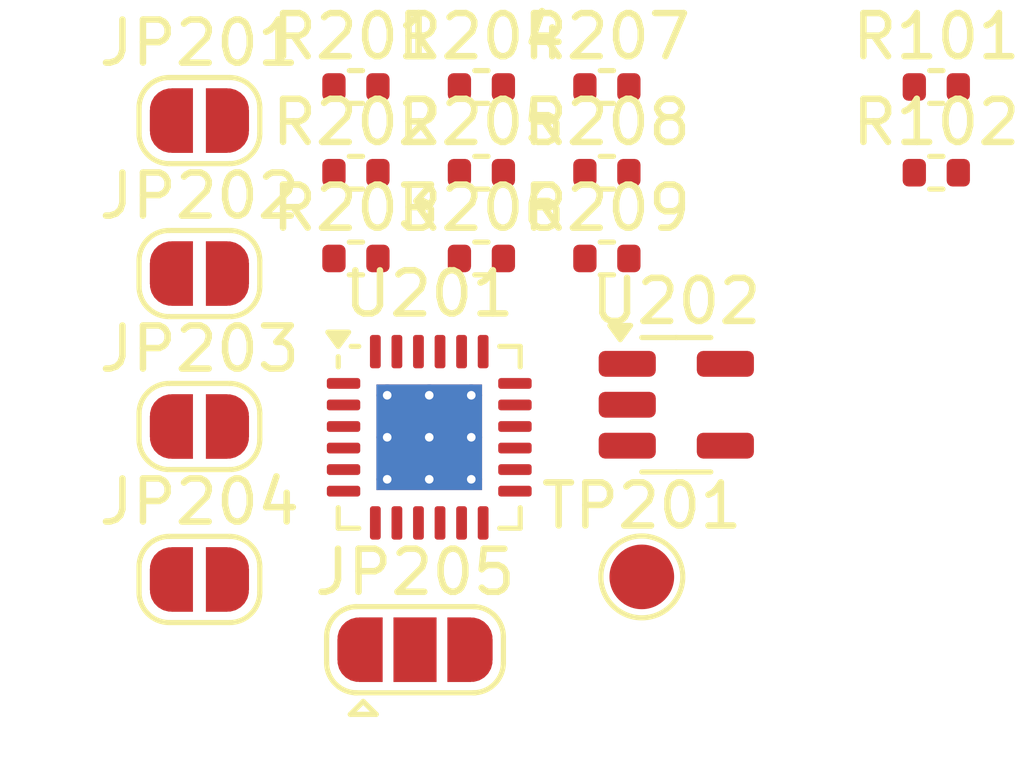
<source format=kicad_pcb>
(kicad_pcb (version 20240108) (generator "pcbnew") (generator_version "8.0")
  (layers (0 "F.Cu" signal) (31 "B.Cu" signal) (34 "B.Paste" user) (35 "F.Paste" user) (36 "B.SilkS" user "B.Silkscreen") (37 "F.SilkS" user "F.Silkscreen") (38 "B.Mask" user) (39 "F.Mask" user) (44 "Edge.Cuts" user))
  (net 0 "")
  (net 1 "Net-(U101-CC2)")
  (net 2 "GND")
  (net 3 "Net-(U101-CC1)")
  (net 4 "+5V")
  (net 5 "Net-(D201-K)")
  (net 6 "Net-(U201-FBP)")
  (net 7 "/MIPI-screen/BIAS_EN")
  (net 9 "Net-(U201-FBN)")
  (net 10 "Net-(D202-K)")
  (net 11 "Net-(U201-CP)")
  (net 12 "Net-(D202-A)")
  (net 13 "Net-(U201-CN)")
  (net 15 "Net-(D201-A)")
  (net 17 "Net-(U201-VREF)")
  (net 18 "Net-(U201-VIN)")
  (net 19 "Net-(U202-FB)")
  (net 20 "Net-(JP204-A)")
  (net 21 "Net-(U202-SW)")
  (net 22 "-5V7")
  (net 23 "+5V7")
  (net 24 "+1V8")
  (net 25 "Net-(JP203-A)")
  (net 26 "/MIPI-screen/BACKLIGHT_EN")
  (net 27 "/MIPI-screen/LED_PWR.PWM")
  (footprint "Resistor_SMD:R_0402_1005Metric" (layer "F.Cu") (at 148.29 78.39)
    (property "Reference" "R101" (at 0 -1.17 0) (layer "F.SilkS"))
    (property "Value" "5.1K")
    (fp_line (start -0.153641 -0.38) (end 0.153641 -0.38) (stroke (width 0.12)) (layer "F.SilkS"))
    (fp_line (start -0.153641 0.38) (end 0.153641 0.38) (stroke (width 0.12)) (layer "F.SilkS"))
    (pad "1" smd roundrect (at -0.51 0) (size 0.54 0.64) (layers "F.Cu" "F.Paste" "F.Mask") (net 2 "GND"))
    (pad "2" smd roundrect (at 0.51 0) (size 0.54 0.64) (layers "F.Cu" "F.Paste" "F.Mask") (net 1 "Net-(U101-CC2)"))
  )
  (footprint "Resistor_SMD:R_0402_1005Metric" (layer "F.Cu") (at 140.65 82.37)
    (property "Reference" "R209" (at 0 -1.17 0) (layer "F.SilkS"))
    (property "Value" "100KΩ/1%")
    (fp_line (start -0.153641 -0.38) (end 0.153641 -0.38) (stroke (width 0.12)) (layer "F.SilkS"))
    (fp_line (start -0.153641 0.38) (end 0.153641 0.38) (stroke (width 0.12)) (layer "F.SilkS"))
    (pad "1" smd roundrect (at -0.51 0) (size 0.54 0.64) (layers "F.Cu" "F.Paste" "F.Mask") (net 27 "/MIPI-screen/LED_PWR.PWM"))
    (pad "2" smd roundrect (at 0.51 0) (size 0.54 0.64) (layers "F.Cu" "F.Paste" "F.Mask") (net 2 "GND"))
  )
  (footprint "Resistor_SMD:R_0402_1005Metric" (layer "F.Cu") (at 137.74 78.39)
    (property "Reference" "R204" (at 0 -1.17 0) (layer "F.SilkS"))
    (property "Value" "150kΩ/1%")
    (fp_line (start -0.153641 -0.38) (end 0.153641 -0.38) (stroke (width 0.12)) (layer "F.SilkS"))
    (fp_line (start -0.153641 0.38) (end 0.153641 0.38) (stroke (width 0.12)) (layer "F.SilkS"))
    (pad "1" smd roundrect (at -0.51 0) (size 0.54 0.64) (layers "F.Cu" "F.Paste" "F.Mask") (net 9 "Net-(U201-FBN)"))
    (pad "2" smd roundrect (at 0.51 0) (size 0.54 0.64) (layers "F.Cu" "F.Paste" "F.Mask") (net 17 "Net-(U201-VREF)"))
  )
  (footprint "Resistor_SMD:R_0402_1005Metric" (layer "F.Cu") (at 134.83 80.38)
    (property "Reference" "R202" (at 0 -1.17 0) (layer "F.SilkS"))
    (property "Value" "560kΩ/1%")
    (fp_line (start -0.153641 -0.38) (end 0.153641 -0.38) (stroke (width 0.12)) (layer "F.SilkS"))
    (fp_line (start -0.153641 0.38) (end 0.153641 0.38) (stroke (width 0.12)) (layer "F.SilkS"))
    (pad "1" smd roundrect (at -0.51 0) (size 0.54 0.64) (layers "F.Cu" "F.Paste" "F.Mask") (net 6 "Net-(U201-FBP)"))
    (pad "2" smd roundrect (at 0.51 0) (size 0.54 0.64) (layers "F.Cu" "F.Paste" "F.Mask") (net 10 "Net-(D202-K)"))
  )
  (footprint "Resistor_SMD:R_0402_1005Metric" (layer "F.Cu") (at 140.65 78.39)
    (property "Reference" "R207" (at 0 -1.17 0) (layer "F.SilkS"))
    (property "Value" "200KΩ/1%")
    (fp_line (start -0.153641 -0.38) (end 0.153641 -0.38) (stroke (width 0.12)) (layer "F.SilkS"))
    (fp_line (start -0.153641 0.38) (end 0.153641 0.38) (stroke (width 0.12)) (layer "F.SilkS"))
    (pad "1" smd roundrect (at -0.51 0) (size 0.54 0.64) (layers "F.Cu" "F.Paste" "F.Mask") (net 25 "Net-(JP203-A)"))
    (pad "2" smd roundrect (at 0.51 0) (size 0.54 0.64) (layers "F.Cu" "F.Paste" "F.Mask") (net 19 "Net-(U202-FB)"))
  )
  (footprint "Jumper:SolderJumper-3_P1.3mm_Open_RoundedPad1.0x1.5mm" (layer "F.Cu") (at 136.2 91.45)
    (property "Reference" "JP205" (at 0 -1.8 0) (layer "F.SilkS"))
    (property "Value" "Backlight_Jumper")
    (fp_line (start -2.05 0.3) (end -2.05 -0.3) (stroke (width 0.12)) (layer "F.SilkS"))
    (fp_line (start -1.5 1.5) (end -0.9 1.5) (stroke (width 0.12)) (layer "F.SilkS"))
    (fp_line (start -1.4 -1) (end 1.4 -1) (stroke (width 0.12)) (layer "F.SilkS"))
    (fp_line (start -1.2 1.2) (end -1.5 1.5) (stroke (width 0.12)) (layer "F.SilkS"))
    (fp_line (start -1.2 1.2) (end -0.9 1.5) (stroke (width 0.12)) (layer "F.SilkS"))
    (fp_line (start 1.4 1) (end -1.4 1) (stroke (width 0.12)) (layer "F.SilkS"))
    (fp_line (start 2.05 -0.3) (end 2.05 0.3) (stroke (width 0.12)) (layer "F.SilkS"))
    (fp_arc (start -2.05 -0.3) (mid -1.844975 -0.794975) (end -1.35 -1) (stroke (width 0.12)) (layer "F.SilkS"))
    (fp_arc (start -1.35 1) (mid -1.844975 0.794975) (end -2.05 0.3) (stroke (width 0.12)) (layer "F.SilkS"))
    (fp_arc (start 1.35 -1) (mid 1.844975 -0.794975) (end 2.05 -0.3) (stroke (width 0.12)) (layer "F.SilkS"))
    (fp_arc (start 2.05 0.3) (mid 1.844975 0.794975) (end 1.35 1) (stroke (width 0.12)) (layer "F.SilkS"))
    (pad "1" smd custom (at -1.3 0) (size 1 0.5) (layers "F.Cu" "F.Mask") (net 27 "/MIPI-screen/LED_PWR.PWM") (options (clearance outline) (anchor rect)) (primitives (gr_circle (center 0 0.25) (end 0.5 0.25) (width 0) (fill yes)) (gr_circle (center 0 -0.25) (end 0.5 -0.25) (width 0) (fill yes)) (gr_poly (pts (xy 0.55 0.75) (xy 0 0.75) (xy 0 -0.75) (xy 0.55 -0.75)) (width 0) (fill yes))))
    (pad "2" smd rect (at 0 0) (size 1 1.5) (layers "F.Cu" "F.Mask") (net 26 "/MIPI-screen/BACKLIGHT_EN"))
    (pad "3" smd custom (at 1.3 0) (size 1 0.5) (layers "F.Cu" "F.Mask") (net 4 "+5V") (options (clearance outline) (anchor rect)) (primitives (gr_circle (center 0 0.25) (end 0.5 0.25) (width 0) (fill yes)) (gr_circle (center 0 -0.25) (end 0.5 -0.25) (width 0) (fill yes)) (gr_poly (pts (xy 0 0.75) (xy -0.55 0.75) (xy -0.55 -0.75) (xy 0 -0.75)) (width 0) (fill yes))))
  )
  (footprint "Resistor_SMD:R_0402_1005Metric" (layer "F.Cu") (at 137.74 80.38)
    (property "Reference" "R205" (at 0 -1.17 0) (layer "F.SilkS"))
    (property "Value" "715kΩ/1%")
    (fp_line (start -0.153641 -0.38) (end 0.153641 -0.38) (stroke (width 0.12)) (layer "F.SilkS"))
    (fp_line (start -0.153641 0.38) (end 0.153641 0.38) (stroke (width 0.12)) (layer "F.SilkS"))
    (pad "1" smd roundrect (at -0.51 0) (size 0.54 0.64) (layers "F.Cu" "F.Paste" "F.Mask") (net 9 "Net-(U201-FBN)"))
    (pad "2" smd roundrect (at 0.51 0) (size 0.54 0.64) (layers "F.Cu" "F.Paste" "F.Mask") (net 15 "Net-(D201-A)"))
  )
  (footprint "Resistor_SMD:R_0402_1005Metric" (layer "F.Cu") (at 140.65 80.38)
    (property "Reference" "R208" (at 0 -1.17 0) (layer "F.SilkS"))
    (property "Value" "100KΩ/1%")
    (fp_line (start -0.153641 -0.38) (end 0.153641 -0.38) (stroke (width 0.12)) (layer "F.SilkS"))
    (fp_line (start -0.153641 0.38) (end 0.153641 0.38) (stroke (width 0.12)) (layer "F.SilkS"))
    (pad "1" smd roundrect (at -0.51 0) (size 0.54 0.64) (layers "F.Cu" "F.Paste" "F.Mask") (net 2 "GND"))
    (pad "2" smd roundrect (at 0.51 0) (size 0.54 0.64) (layers "F.Cu" "F.Paste" "F.Mask") (net 26 "/MIPI-screen/BACKLIGHT_EN"))
  )
  (footprint "Jumper:SolderJumper-2_P1.3mm_Open_RoundedPad1.0x1.5mm" (layer "F.Cu") (at 131.2 82.72)
    (property "Reference" "JP202" (at 0 -1.8 0) (layer "F.SilkS"))
    (property "Value" "Jumper+")
    (fp_line (start -1.4 0.3) (end -1.4 -0.3) (stroke (width 0.12)) (layer "F.SilkS"))
    (fp_line (start -0.7 -1) (end 0.7 -1) (stroke (width 0.12)) (layer "F.SilkS"))
    (fp_line (start 0.7 1) (end -0.7 1) (stroke (width 0.12)) (layer "F.SilkS"))
    (fp_line (start 1.4 -0.3) (end 1.4 0.3) (stroke (width 0.12)) (layer "F.SilkS"))
    (fp_arc (start -1.4 -0.3) (mid -1.194975 -0.794975) (end -0.7 -1) (stroke (width 0.12)) (layer "F.SilkS"))
    (fp_arc (start -0.7 1) (mid -1.194975 0.794975) (end -1.4 0.3) (stroke (width 0.12)) (layer "F.SilkS"))
    (fp_arc (start 0.7 -1) (mid 1.194975 -0.794975) (end 1.4 -0.3) (stroke (width 0.12)) (layer "F.SilkS"))
    (fp_arc (start 1.4 0.3) (mid 1.194975 0.794975) (end 0.7 1) (stroke (width 0.12)) (layer "F.SilkS"))
    (pad "1" smd custom (at -0.65 0) (size 1 0.5) (layers "F.Cu" "F.Mask") (net 10 "Net-(D202-K)") (options (clearance outline) (anchor rect)) (primitives (gr_circle (center 0 0.25) (end 0.5 0.25) (width 0) (fill yes)) (gr_circle (center 0 -0.25) (end 0.5 -0.25) (width 0) (fill yes)) (gr_poly (pts (xy 0.5 0.75) (xy 0 0.75) (xy 0 -0.75) (xy 0.5 -0.75)) (width 0) (fill yes))))
    (pad "2" smd custom (at 0.65 0) (size 1 0.5) (layers "F.Cu" "F.Mask") (net 23 "+5V7") (options (clearance outline) (anchor rect)) (primitives (gr_circle (center 0 0.25) (end 0.5 0.25) (width 0) (fill yes)) (gr_circle (center 0 -0.25) (end 0.5 -0.25) (width 0) (fill yes)) (gr_poly (pts (xy 0 0.75) (xy -0.5 0.75) (xy -0.5 -0.75) (xy 0 -0.75)) (width 0) (fill yes))))
  )
  (footprint "Package_TO_SOT_SMD:SOT-23-5" (layer "F.Cu") (at 142.26 85.765)
    (property "Reference" "U202" (at 0 -2.4 0) (layer "F.SilkS"))
    (property "Value" "TLV62568DBV")
    (fp_line (start 0 -1.56) (end -0.8 -1.56) (stroke (width 0.12)) (layer "F.SilkS"))
    (fp_line (start 0 -1.56) (end 0.8 -1.56) (stroke (width 0.12)) (layer "F.SilkS"))
    (fp_line (start 0 1.56) (end -0.8 1.56) (stroke (width 0.12)) (layer "F.SilkS"))
    (fp_line (start 0 1.56) (end 0.8 1.56) (stroke (width 0.12)) (layer "F.SilkS"))
    (fp_poly (pts (xy -1.3 -1.51) (xy -1.54 -1.84) (xy -1.06 -1.84) (xy -1.3 -1.51)) (stroke (width 0.12)) (fill solid) (layer "F.SilkS"))
    (pad "1" smd roundrect (at -1.1375 -0.95) (size 1.325 0.6) (layers "F.Cu" "F.Paste" "F.Mask") (net 20 "Net-(JP204-A)"))
    (pad "2" smd roundrect (at -1.1375 0) (size 1.325 0.6) (layers "F.Cu" "F.Paste" "F.Mask") (net 2 "GND"))
    (pad "3" smd roundrect (at -1.1375 0.95) (size 1.325 0.6) (layers "F.Cu" "F.Paste" "F.Mask") (net 21 "Net-(U202-SW)"))
    (pad "4" smd roundrect (at 1.1375 0.95) (size 1.325 0.6) (layers "F.Cu" "F.Paste" "F.Mask") (net 4 "+5V"))
    (pad "5" smd roundrect (at 1.1375 -0.95) (size 1.325 0.6) (layers "F.Cu" "F.Paste" "F.Mask") (net 19 "Net-(U202-FB)"))
  )
  (footprint "TestPoint:TestPoint_Pad_D1.5mm" (layer "F.Cu") (at 141.46 89.76)
    (property "Reference" "TP201" (at 0 -1.648 0) (layer "F.SilkS"))
    (property "Value" "Test-1V8")
    (fp_circle (center 0 0) (end 0 0.95) (stroke (width 0.12)) (fill none) (layer "F.SilkS"))
    (pad "1" smd circle (at 0 0) (size 1.5 1.5) (layers "F.Cu" "F.Mask") (net 25 "Net-(JP203-A)"))
  )
  (footprint "Jumper:SolderJumper-2_P1.3mm_Open_RoundedPad1.0x1.5mm" (layer "F.Cu") (at 131.2 86.27)
    (property "Reference" "JP203" (at 0 -1.8 0) (layer "F.SilkS"))
    (property "Value" "1.8-bridge")
    (fp_line (start -1.4 0.3) (end -1.4 -0.3) (stroke (width 0.12)) (layer "F.SilkS"))
    (fp_line (start -0.7 -1) (end 0.7 -1) (stroke (width 0.12)) (layer "F.SilkS"))
    (fp_line (start 0.7 1) (end -0.7 1) (stroke (width 0.12)) (layer "F.SilkS"))
    (fp_line (start 1.4 -0.3) (end 1.4 0.3) (stroke (width 0.12)) (layer "F.SilkS"))
    (fp_arc (start -1.4 -0.3) (mid -1.194975 -0.794975) (end -0.7 -1) (stroke (width 0.12)) (layer "F.SilkS"))
    (fp_arc (start -0.7 1) (mid -1.194975 0.794975) (end -1.4 0.3) (stroke (width 0.12)) (layer "F.SilkS"))
    (fp_arc (start 0.7 -1) (mid 1.194975 -0.794975) (end 1.4 -0.3) (stroke (width 0.12)) (layer "F.SilkS"))
    (fp_arc (start 1.4 0.3) (mid 1.194975 0.794975) (end 0.7 1) (stroke (width 0.12)) (layer "F.SilkS"))
    (pad "1" smd custom (at -0.65 0) (size 1 0.5) (layers "F.Cu" "F.Mask") (net 25 "Net-(JP203-A)") (options (clearance outline) (anchor rect)) (primitives (gr_circle (center 0 0.25) (end 0.5 0.25) (width 0) (fill yes)) (gr_circle (center 0 -0.25) (end 0.5 -0.25) (width 0) (fill yes)) (gr_poly (pts (xy 0.5 0.75) (xy 0 0.75) (xy 0 -0.75) (xy 0.5 -0.75)) (width 0) (fill yes))))
    (pad "2" smd custom (at 0.65 0) (size 1 0.5) (layers "F.Cu" "F.Mask") (net 24 "+1V8") (options (clearance outline) (anchor rect)) (primitives (gr_circle (center 0 0.25) (end 0.5 0.25) (width 0) (fill yes)) (gr_circle (center 0 -0.25) (end 0.5 -0.25) (width 0) (fill yes)) (gr_poly (pts (xy 0 0.75) (xy -0.5 0.75) (xy -0.5 -0.75) (xy 0 -0.75)) (width 0) (fill yes))))
  )
  (footprint "Jumper:SolderJumper-2_P1.3mm_Open_RoundedPad1.0x1.5mm" (layer "F.Cu") (at 131.2 89.82)
    (property "Reference" "JP204" (at 0 -1.8 0) (layer "F.SilkS"))
    (property "Value" "Enable-1V8")
    (fp_line (start -1.4 0.3) (end -1.4 -0.3) (stroke (width 0.12)) (layer "F.SilkS"))
    (fp_line (start -0.7 -1) (end 0.7 -1) (stroke (width 0.12)) (layer "F.SilkS"))
    (fp_line (start 0.7 1) (end -0.7 1) (stroke (width 0.12)) (layer "F.SilkS"))
    (fp_line (start 1.4 -0.3) (end 1.4 0.3) (stroke (width 0.12)) (layer "F.SilkS"))
    (fp_arc (start -1.4 -0.3) (mid -1.194975 -0.794975) (end -0.7 -1) (stroke (width 0.12)) (layer "F.SilkS"))
    (fp_arc (start -0.7 1) (mid -1.194975 0.794975) (end -1.4 0.3) (stroke (width 0.12)) (layer "F.SilkS"))
    (fp_arc (start 0.7 -1) (mid 1.194975 -0.794975) (end 1.4 -0.3) (stroke (width 0.12)) (layer "F.SilkS"))
    (fp_arc (start 1.4 0.3) (mid 1.194975 0.794975) (end 0.7 1) (stroke (width 0.12)) (layer "F.SilkS"))
    (pad "1" smd custom (at -0.65 0) (size 1 0.5) (layers "F.Cu" "F.Mask") (net 20 "Net-(JP204-A)") (options (clearance outline) (anchor rect)) (primitives (gr_circle (center 0 0.25) (end 0.5 0.25) (width 0) (fill yes)) (gr_circle (center 0 -0.25) (end 0.5 -0.25) (width 0) (fill yes)) (gr_poly (pts (xy 0.5 0.75) (xy 0 0.75) (xy 0 -0.75) (xy 0.5 -0.75)) (width 0) (fill yes))))
    (pad "2" smd custom (at 0.65 0) (size 1 0.5) (layers "F.Cu" "F.Mask") (net 4 "+5V") (options (clearance outline) (anchor rect)) (primitives (gr_circle (center 0 0.25) (end 0.5 0.25) (width 0) (fill yes)) (gr_circle (center 0 -0.25) (end 0.5 -0.25) (width 0) (fill yes)) (gr_poly (pts (xy 0 0.75) (xy -0.5 0.75) (xy -0.5 -0.75) (xy 0 -0.75)) (width 0) (fill yes))))
  )
  (footprint "Jumper:SolderJumper-2_P1.3mm_Open_RoundedPad1.0x1.5mm" (layer "F.Cu") (at 131.2 79.17)
    (property "Reference" "JP201" (at 0 -1.8 0) (layer "F.SilkS"))
    (property "Value" "Jumper-")
    (fp_line (start -1.4 0.3) (end -1.4 -0.3) (stroke (width 0.12)) (layer "F.SilkS"))
    (fp_line (start -0.7 -1) (end 0.7 -1) (stroke (width 0.12)) (layer "F.SilkS"))
    (fp_line (start 0.7 1) (end -0.7 1) (stroke (width 0.12)) (layer "F.SilkS"))
    (fp_line (start 1.4 -0.3) (end 1.4 0.3) (stroke (width 0.12)) (layer "F.SilkS"))
    (fp_arc (start -1.4 -0.3) (mid -1.194975 -0.794975) (end -0.7 -1) (stroke (width 0.12)) (layer "F.SilkS"))
    (fp_arc (start -0.7 1) (mid -1.194975 0.794975) (end -1.4 0.3) (stroke (width 0.12)) (layer "F.SilkS"))
    (fp_arc (start 0.7 -1) (mid 1.194975 -0.794975) (end 1.4 -0.3) (stroke (width 0.12)) (layer "F.SilkS"))
    (fp_arc (start 1.4 0.3) (mid 1.194975 0.794975) (end 0.7 1) (stroke (width 0.12)) (layer "F.SilkS"))
    (pad "1" smd custom (at -0.65 0) (size 1 0.5) (layers "F.Cu" "F.Mask") (net 15 "Net-(D201-A)") (options (clearance outline) (anchor rect)) (primitives (gr_circle (center 0 0.25) (end 0.5 0.25) (width 0) (fill yes)) (gr_circle (center 0 -0.25) (end 0.5 -0.25) (width 0) (fill yes)) (gr_poly (pts (xy 0.5 0.75) (xy 0 0.75) (xy 0 -0.75) (xy 0.5 -0.75)) (width 0) (fill yes))))
    (pad "2" smd custom (at 0.65 0) (size 1 0.5) (layers "F.Cu" "F.Mask") (net 22 "-5V7") (options (clearance outline) (anchor rect)) (primitives (gr_circle (center 0 0.25) (end 0.5 0.25) (width 0) (fill yes)) (gr_circle (center 0 -0.25) (end 0.5 -0.25) (width 0) (fill yes)) (gr_poly (pts (xy 0 0.75) (xy -0.5 0.75) (xy -0.5 -0.75) (xy 0 -0.75)) (width 0) (fill yes))))
  )
  (footprint "Resistor_SMD:R_0402_1005Metric" (layer "F.Cu") (at 134.83 78.39)
    (property "Reference" "R201" (at 0 -1.17 0) (layer "F.SilkS"))
    (property "Value" "10Ω/1%")
    (fp_line (start -0.153641 -0.38) (end 0.153641 -0.38) (stroke (width 0.12)) (layer "F.SilkS"))
    (fp_line (start -0.153641 0.38) (end 0.153641 0.38) (stroke (width 0.12)) (layer "F.SilkS"))
    (pad "1" smd roundrect (at -0.51 0) (size 0.54 0.64) (layers "F.Cu" "F.Paste" "F.Mask") (net 4 "+5V"))
    (pad "2" smd roundrect (at 0.51 0) (size 0.54 0.64) (layers "F.Cu" "F.Paste" "F.Mask") (net 18 "Net-(U201-VIN)"))
  )
  (footprint "Resistor_SMD:R_0402_1005Metric" (layer "F.Cu") (at 134.83 82.37)
    (property "Reference" "R203" (at 0 -1.17 0) (layer "F.SilkS"))
    (property "Value" "150kΩ/1%")
    (fp_line (start -0.153641 -0.38) (end 0.153641 -0.38) (stroke (width 0.12)) (layer "F.SilkS"))
    (fp_line (start -0.153641 0.38) (end 0.153641 0.38) (stroke (width 0.12)) (layer "F.SilkS"))
    (pad "1" smd roundrect (at -0.51 0) (size 0.54 0.64) (layers "F.Cu" "F.Paste" "F.Mask") (net 6 "Net-(U201-FBP)"))
    (pad "2" smd roundrect (at 0.51 0) (size 0.54 0.64) (layers "F.Cu" "F.Paste" "F.Mask") (net 2 "GND"))
  )
  (footprint "Resistor_SMD:R_0402_1005Metric" (layer "F.Cu") (at 137.74 82.37)
    (property "Reference" "R206" (at 0 -1.17 0) (layer "F.SilkS"))
    (property "Value" "100kΩ/1%")
    (fp_line (start -0.153641 -0.38) (end 0.153641 -0.38) (stroke (width 0.12)) (layer "F.SilkS"))
    (fp_line (start -0.153641 0.38) (end 0.153641 0.38) (stroke (width 0.12)) (layer "F.SilkS"))
    (pad "1" smd roundrect (at -0.51 0) (size 0.54 0.64) (layers "F.Cu" "F.Paste" "F.Mask") (net 19 "Net-(U202-FB)"))
    (pad "2" smd roundrect (at 0.51 0) (size 0.54 0.64) (layers "F.Cu" "F.Paste" "F.Mask") (net 2 "GND"))
  )
  (footprint "Resistor_SMD:R_0402_1005Metric" (layer "F.Cu") (at 148.29 80.38)
    (property "Reference" "R102" (at 0 -1.17 0) (layer "F.SilkS"))
    (property "Value" "5.1K")
    (fp_line (start -0.153641 -0.38) (end 0.153641 -0.38) (stroke (width 0.12)) (layer "F.SilkS"))
    (fp_line (start -0.153641 0.38) (end 0.153641 0.38) (stroke (width 0.12)) (layer "F.SilkS"))
    (pad "1" smd roundrect (at -0.51 0) (size 0.54 0.64) (layers "F.Cu" "F.Paste" "F.Mask") (net 3 "Net-(U101-CC1)"))
    (pad "2" smd roundrect (at 0.51 0) (size 0.54 0.64) (layers "F.Cu" "F.Paste" "F.Mask") (net 2 "GND"))
  )
  (footprint "Package_DFN_QFN:VQFN-24-1EP_4x4mm_P0.5mm_EP2.45x2.45mm_ThermalVias" (layer "F.Cu") (at 136.53 86.52)
    (property "Reference" "U201" (at 0 -3.33 0) (layer "F.SilkS"))
    (property "Value" "TPS65131RGE")
    (fp_line (start -2.11 -1.635) (end -2.11 -1.87) (stroke (width 0.12)) (layer "F.SilkS"))
    (fp_line (start -2.11 2.11) (end -2.11 1.635) (stroke (width 0.12)) (layer "F.SilkS"))
    (fp_line (start -1.635 -2.11) (end -1.81 -2.11) (stroke (width 0.12)) (layer "F.SilkS"))
    (fp_line (start -1.635 2.11) (end -2.11 2.11) (stroke (width 0.12)) (layer "F.SilkS"))
    (fp_line (start 1.635 -2.11) (end 2.11 -2.11) (stroke (width 0.12)) (layer "F.SilkS"))
    (fp_line (start 1.635 2.11) (end 2.11 2.11) (stroke (width 0.12)) (layer "F.SilkS"))
    (fp_line (start 2.11 -2.11) (end 2.11 -1.635) (stroke (width 0.12)) (layer "F.SilkS"))
    (fp_line (start 2.11 2.11) (end 2.11 1.635) (stroke (width 0.12)) (layer "F.SilkS"))
    (fp_poly (pts (xy -2.11 -2.11) (xy -2.35 -2.44) (xy -1.87 -2.44) (xy -2.11 -2.11)) (stroke (width 0.12)) (fill solid) (layer "F.SilkS"))
    (pad "1" smd roundrect (at -1.9875 -1.25) (size 0.775 0.25) (layers "F.Cu" "F.Paste" "F.Mask") (net 12 "Net-(D202-A)"))
    (pad "2" smd roundrect (at -1.9875 -0.75) (size 0.775 0.25) (layers "F.Cu" "F.Paste" "F.Mask") (net 2 "GND"))
    (pad "3" smd roundrect (at -1.9875 -0.25) (size 0.775 0.25) (layers "F.Cu" "F.Paste" "F.Mask") (net 2 "GND"))
    (pad "4" smd roundrect (at -1.9875 0.25) (size 0.775 0.25) (layers "F.Cu" "F.Paste" "F.Mask") (net 18 "Net-(U201-VIN)"))
    (pad "5" smd roundrect (at -1.9875 0.75) (size 0.775 0.25) (layers "F.Cu" "F.Paste" "F.Mask") (net 4 "+5V"))
    (pad "6" smd roundrect (at -1.9875 1.25) (size 0.775 0.25) (layers "F.Cu" "F.Paste" "F.Mask") (net 4 "+5V"))
    (pad "7" smd roundrect (at -1.25 1.9875) (size 0.25 0.775) (layers "F.Cu" "F.Paste" "F.Mask"))
    (pad "8" smd roundrect (at -0.75 1.9875) (size 0.25 0.775) (layers "F.Cu" "F.Paste" "F.Mask") (net 7 "/MIPI-screen/BIAS_EN"))
    (pad "9" smd roundrect (at -0.25 1.9875) (size 0.25 0.775) (layers "F.Cu" "F.Paste" "F.Mask") (net 7 "/MIPI-screen/BIAS_EN"))
    (pad "10" smd roundrect (at 0.25 1.9875) (size 0.25 0.775) (layers "F.Cu" "F.Paste" "F.Mask") (net 7 "/MIPI-screen/BIAS_EN"))
    (pad "11" smd roundrect (at 0.75 1.9875) (size 0.25 0.775) (layers "F.Cu" "F.Paste" "F.Mask") (net 7 "/MIPI-screen/BIAS_EN"))
    (pad "12" smd roundrect (at 1.25 1.9875) (size 0.25 0.775) (layers "F.Cu" "F.Paste" "F.Mask"))
    (pad "13" smd roundrect (at 1.9875 1.25) (size 0.775 0.25) (layers "F.Cu" "F.Paste" "F.Mask") (net 5 "Net-(D201-K)"))
    (pad "14" smd roundrect (at 1.9875 0.75) (size 0.775 0.25) (layers "F.Cu" "F.Paste" "F.Mask") (net 5 "Net-(D201-K)"))
    (pad "15" smd roundrect (at 1.9875 0.25) (size 0.775 0.25) (layers "F.Cu" "F.Paste" "F.Mask") (net 15 "Net-(D201-A)"))
    (pad "16" smd roundrect (at 1.9875 -0.25) (size 0.775 0.25) (layers "F.Cu" "F.Paste" "F.Mask") (net 9 "Net-(U201-FBN)"))
    (pad "17" smd roundrect (at 1.9875 -0.75) (size 0.775 0.25) (layers "F.Cu" "F.Paste" "F.Mask") (net 17 "Net-(U201-VREF)"))
    (pad "18" smd roundrect (at 1.9875 -1.25) (size 0.775 0.25) (layers "F.Cu" "F.Paste" "F.Mask") (net 13 "Net-(U201-CN)"))
    (pad "19" smd roundrect (at 1.25 -1.9875) (size 0.25 0.775) (layers "F.Cu" "F.Paste" "F.Mask") (net 2 "GND"))
    (pad "20" smd roundrect (at 0.75 -1.9875) (size 0.25 0.775) (layers "F.Cu" "F.Paste" "F.Mask"))
    (pad "21" smd roundrect (at 0.25 -1.9875) (size 0.25 0.775) (layers "F.Cu" "F.Paste" "F.Mask") (net 11 "Net-(U201-CP)"))
    (pad "22" smd roundrect (at -0.25 -1.9875) (size 0.25 0.775) (layers "F.Cu" "F.Paste" "F.Mask") (net 6 "Net-(U201-FBP)"))
    (pad "23" smd roundrect (at -0.75 -1.9875) (size 0.25 0.775) (layers "F.Cu" "F.Paste" "F.Mask") (net 10 "Net-(D202-K)"))
    (pad "24" smd roundrect (at -1.25 -1.9875) (size 0.25 0.775) (layers "F.Cu" "F.Paste" "F.Mask") (net 12 "Net-(D202-A)"))
    (pad "25" thru_hole circle (at -0.975 -0.975) (size 0.5 0.5) (drill 0.2) (property pad_prop_heatsink) (layers "*.Cu") (net 2 "GND"))
    (pad "25" thru_hole circle (at -0.975 0) (size 0.5 0.5) (drill 0.2) (property pad_prop_heatsink) (layers "*.Cu") (net 2 "GND"))
    (pad "25" thru_hole circle (at -0.975 0.975) (size 0.5 0.5) (drill 0.2) (property pad_prop_heatsink) (layers "*.Cu") (net 2 "GND"))
    (pad "25" thru_hole circle (at 0 -0.975) (size 0.5 0.5) (drill 0.2) (property pad_prop_heatsink) (layers "*.Cu") (net 2 "GND"))
    (pad "25" thru_hole circle (at 0 0) (size 0.5 0.5) (drill 0.2) (property pad_prop_heatsink) (layers "*.Cu") (net 2 "GND"))
    (pad "25" smd rect (at 0 0) (size 2.45 2.45) (property pad_prop_heatsink) (layers "F.Cu" "F.Mask") (net 2 "GND"))
    (pad "25" smd rect (at 0 0) (size 2.45 2.45) (property pad_prop_heatsink) (layers "B.Cu") (net 2 "GND"))
    (pad "25" thru_hole circle (at 0 0.975) (size 0.5 0.5) (drill 0.2) (property pad_prop_heatsink) (layers "*.Cu") (net 2 "GND"))
    (pad "25" thru_hole circle (at 0.975 -0.975) (size 0.5 0.5) (drill 0.2) (property pad_prop_heatsink) (layers "*.Cu") (net 2 "GND"))
    (pad "25" thru_hole circle (at 0.975 0) (size 0.5 0.5) (drill 0.2) (property pad_prop_heatsink) (layers "*.Cu") (net 2 "GND"))
    (pad "25" thru_hole circle (at 0.975 0.975) (size 0.5 0.5) (drill 0.2) (property pad_prop_heatsink) (layers "*.Cu") (net 2 "GND"))
  )
)
</source>
